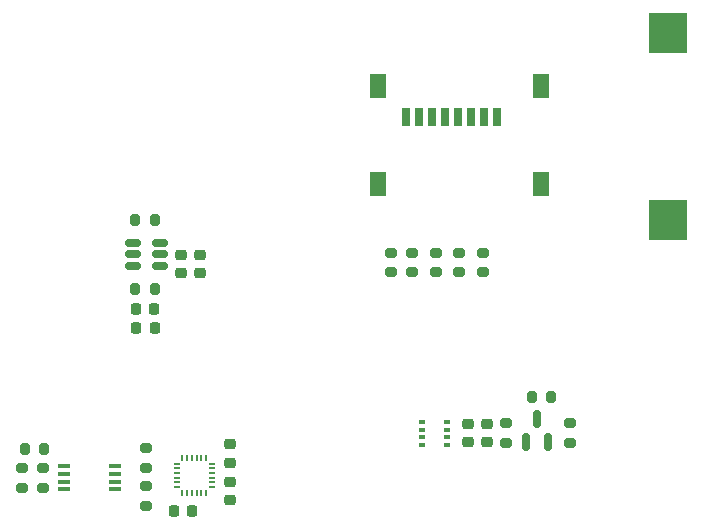
<source format=gbr>
%TF.GenerationSoftware,KiCad,Pcbnew,(6.0.2)*%
%TF.CreationDate,2022-04-01T12:33:14-04:00*%
%TF.ProjectId,ControlBoard,436f6e74-726f-46c4-926f-6172642e6b69,rev?*%
%TF.SameCoordinates,Original*%
%TF.FileFunction,Paste,Bot*%
%TF.FilePolarity,Positive*%
%FSLAX46Y46*%
G04 Gerber Fmt 4.6, Leading zero omitted, Abs format (unit mm)*
G04 Created by KiCad (PCBNEW (6.0.2)) date 2022-04-01 12:33:14*
%MOMM*%
%LPD*%
G01*
G04 APERTURE LIST*
G04 Aperture macros list*
%AMRoundRect*
0 Rectangle with rounded corners*
0 $1 Rounding radius*
0 $2 $3 $4 $5 $6 $7 $8 $9 X,Y pos of 4 corners*
0 Add a 4 corners polygon primitive as box body*
4,1,4,$2,$3,$4,$5,$6,$7,$8,$9,$2,$3,0*
0 Add four circle primitives for the rounded corners*
1,1,$1+$1,$2,$3*
1,1,$1+$1,$4,$5*
1,1,$1+$1,$6,$7*
1,1,$1+$1,$8,$9*
0 Add four rect primitives between the rounded corners*
20,1,$1+$1,$2,$3,$4,$5,0*
20,1,$1+$1,$4,$5,$6,$7,0*
20,1,$1+$1,$6,$7,$8,$9,0*
20,1,$1+$1,$8,$9,$2,$3,0*%
G04 Aperture macros list end*
%ADD10RoundRect,0.225000X0.225000X0.250000X-0.225000X0.250000X-0.225000X-0.250000X0.225000X-0.250000X0*%
%ADD11RoundRect,0.225000X0.250000X-0.225000X0.250000X0.225000X-0.250000X0.225000X-0.250000X-0.225000X0*%
%ADD12RoundRect,0.225000X-0.250000X0.225000X-0.250000X-0.225000X0.250000X-0.225000X0.250000X0.225000X0*%
%ADD13RoundRect,0.218750X0.218750X0.256250X-0.218750X0.256250X-0.218750X-0.256250X0.218750X-0.256250X0*%
%ADD14RoundRect,0.218750X0.256250X-0.218750X0.256250X0.218750X-0.256250X0.218750X-0.256250X-0.218750X0*%
%ADD15RoundRect,0.150000X0.150000X-0.587500X0.150000X0.587500X-0.150000X0.587500X-0.150000X-0.587500X0*%
%ADD16RoundRect,0.200000X0.200000X0.275000X-0.200000X0.275000X-0.200000X-0.275000X0.200000X-0.275000X0*%
%ADD17RoundRect,0.200000X-0.275000X0.200000X-0.275000X-0.200000X0.275000X-0.200000X0.275000X0.200000X0*%
%ADD18RoundRect,0.200000X0.275000X-0.200000X0.275000X0.200000X-0.275000X0.200000X-0.275000X-0.200000X0*%
%ADD19RoundRect,0.200000X-0.200000X-0.275000X0.200000X-0.275000X0.200000X0.275000X-0.200000X0.275000X0*%
%ADD20RoundRect,0.050000X-0.050000X0.225000X-0.050000X-0.225000X0.050000X-0.225000X0.050000X0.225000X0*%
%ADD21RoundRect,0.050000X0.225000X0.050000X-0.225000X0.050000X-0.225000X-0.050000X0.225000X-0.050000X0*%
%ADD22R,1.100000X0.400000*%
%ADD23RoundRect,0.150000X-0.512500X-0.150000X0.512500X-0.150000X0.512500X0.150000X-0.512500X0.150000X0*%
%ADD24R,3.300000X3.500000*%
%ADD25R,0.500000X0.350000*%
%ADD26R,0.800000X1.500000*%
%ADD27R,1.450000X2.000000*%
G04 APERTURE END LIST*
D10*
%TO.C,C8*%
X127387500Y-103800000D03*
X125837500Y-103800000D03*
%TD*%
D11*
%TO.C,C9*%
X130600000Y-99737500D03*
X130600000Y-98187500D03*
%TD*%
D12*
%TO.C,C13*%
X130600000Y-101337500D03*
X130600000Y-102887500D03*
%TD*%
%TO.C,C44*%
X126400000Y-82125000D03*
X126400000Y-83675000D03*
%TD*%
D13*
%TO.C,FB1*%
X124187500Y-88300000D03*
X122612500Y-88300000D03*
%TD*%
D14*
%TO.C,FB2*%
X128000000Y-83687500D03*
X128000000Y-82112500D03*
%TD*%
D15*
%TO.C,Q2*%
X157500000Y-97937500D03*
X155600000Y-97937500D03*
X156550000Y-96062500D03*
%TD*%
D16*
%TO.C,R14*%
X114862500Y-98550000D03*
X113212500Y-98550000D03*
%TD*%
D17*
%TO.C,R15*%
X114750000Y-100187500D03*
X114750000Y-101837500D03*
%TD*%
%TO.C,R16*%
X113000000Y-100187500D03*
X113000000Y-101837500D03*
%TD*%
D18*
%TO.C,R20*%
X146000000Y-83612500D03*
X146000000Y-81962500D03*
%TD*%
%TO.C,R23*%
X148000000Y-83612500D03*
X148000000Y-81962500D03*
%TD*%
D19*
%TO.C,R24*%
X122575000Y-79200000D03*
X124225000Y-79200000D03*
%TD*%
D16*
%TO.C,R25*%
X124225000Y-85000000D03*
X122575000Y-85000000D03*
%TD*%
D18*
%TO.C,R26*%
X150000000Y-83612500D03*
X150000000Y-81962500D03*
%TD*%
%TO.C,R27*%
X152000000Y-83612500D03*
X152000000Y-81962500D03*
%TD*%
D16*
%TO.C,R33*%
X157775000Y-94150000D03*
X156125000Y-94150000D03*
%TD*%
D17*
%TO.C,R34*%
X153950000Y-96387500D03*
X153950000Y-98037500D03*
%TD*%
D20*
%TO.C,U4*%
X126550000Y-99300000D03*
X126950000Y-99300000D03*
X127350000Y-99300000D03*
X127750000Y-99300000D03*
X128150000Y-99300000D03*
X128550000Y-99300000D03*
D21*
X129050000Y-99800000D03*
X129050000Y-100200000D03*
X129050000Y-100600000D03*
X129050000Y-101000000D03*
X129050000Y-101400000D03*
X129050000Y-101800000D03*
D20*
X128550000Y-102300000D03*
X128150000Y-102300000D03*
X127750000Y-102300000D03*
X127350000Y-102300000D03*
X126950000Y-102300000D03*
X126550000Y-102300000D03*
D21*
X126050000Y-101800000D03*
X126050000Y-101400000D03*
X126050000Y-101000000D03*
X126050000Y-100600000D03*
X126050000Y-100200000D03*
X126050000Y-99800000D03*
%TD*%
D22*
%TO.C,U10*%
X120850000Y-100025000D03*
X120850000Y-100675000D03*
X120850000Y-101325000D03*
X120850000Y-101975000D03*
X116550000Y-101975000D03*
X116550000Y-101325000D03*
X116550000Y-100675000D03*
X116550000Y-100025000D03*
%TD*%
D23*
%TO.C,U13*%
X122362500Y-83050000D03*
X122362500Y-82100000D03*
X122362500Y-81150000D03*
X124637500Y-81150000D03*
X124637500Y-82100000D03*
X124637500Y-83050000D03*
%TD*%
D17*
%TO.C,R13*%
X123500000Y-101712500D03*
X123500000Y-103362500D03*
%TD*%
D18*
%TO.C,R12*%
X123500000Y-100137500D03*
X123500000Y-98487500D03*
%TD*%
D24*
%TO.C,BT1*%
X167681000Y-79147000D03*
X167681000Y-63347000D03*
%TD*%
D17*
%TO.C,R32*%
X159350000Y-96375000D03*
X159350000Y-98025000D03*
%TD*%
D10*
%TO.C,C42*%
X124175000Y-86700000D03*
X122625000Y-86700000D03*
%TD*%
D12*
%TO.C,C21*%
X152300000Y-96462500D03*
X152300000Y-98012500D03*
%TD*%
D25*
%TO.C,U8*%
X146875000Y-96275000D03*
X146875000Y-96925000D03*
X146875000Y-97575000D03*
X146875000Y-98225000D03*
X148925000Y-98225000D03*
X148925000Y-97575000D03*
X148925000Y-96925000D03*
X148925000Y-96275000D03*
%TD*%
D12*
%TO.C,C23*%
X150700000Y-96462500D03*
X150700000Y-98012500D03*
%TD*%
D26*
%TO.C,J9*%
X153200000Y-70450000D03*
X152100000Y-70450000D03*
X151000000Y-70450000D03*
X149900000Y-70450000D03*
X148800000Y-70450000D03*
X147700000Y-70450000D03*
X146600000Y-70450000D03*
X145500000Y-70450000D03*
D27*
X156875000Y-76150000D03*
X143125000Y-67850000D03*
X156875000Y-67850000D03*
X143125000Y-76150000D03*
%TD*%
D18*
%TO.C,R39*%
X144230000Y-83595000D03*
X144230000Y-81945000D03*
%TD*%
M02*

</source>
